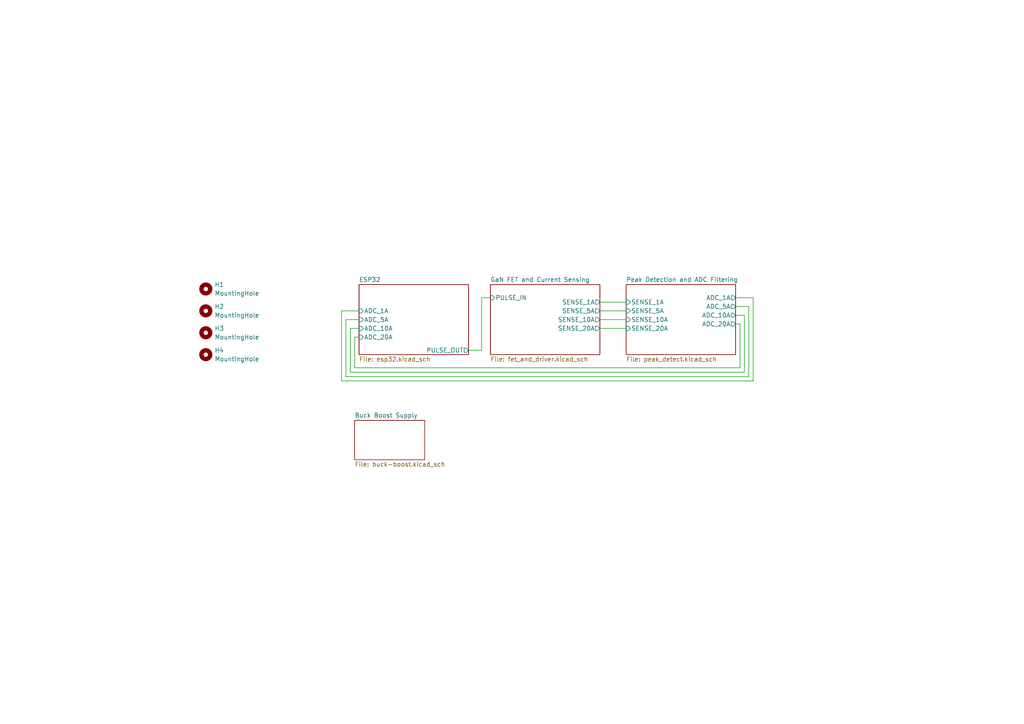
<source format=kicad_sch>
(kicad_sch (version 20230121) (generator eeschema)
  (paper "A4")
  (title_block (title "LD Current Pulse Supply") (date "2023-07-13") (rev "v0.5") (company "Doug Wagner") (comment 1 "Binghamton University"))
  (lib_symbols
    (symbol "Mechanical:MountingHole" (pin_names (offset 1.016))
      (property "Reference" "H" (at 0 5.08 0))
      (property "Value" "MountingHole" (at 0 3.175 0))
      (symbol "MountingHole_0_1"
        (circle (center 0 0) (radius 1.27) (stroke (width 1.27)))
      )
    )
  )
  (wire (pts (xy 217.17 88.9) (xy 217.17 109.22)))
  (wire (pts (xy 99.06 90.17) (xy 104.14 90.17)))
  (wire (pts (xy 135.89 101.6) (xy 139.7 101.6)))
  (wire (pts (xy 213.36 91.44) (xy 215.9 91.44)))
  (wire (pts (xy 215.9 107.95) (xy 101.6 107.95)))
  (wire (pts (xy 173.99 90.17) (xy 181.61 90.17)))
  (wire (pts (xy 139.7 86.36) (xy 142.24 86.36)))
  (wire (pts (xy 213.36 86.36) (xy 218.44 86.36)))
  (wire (pts (xy 218.44 110.49) (xy 99.06 110.49)))
  (wire (pts (xy 214.63 106.68) (xy 102.87 106.68)))
  (wire (pts (xy 214.63 93.98) (xy 214.63 106.68)))
  (wire (pts (xy 101.6 107.95) (xy 101.6 95.25)))
  (wire (pts (xy 139.7 101.6) (xy 139.7 86.36)))
  (wire (pts (xy 213.36 88.9) (xy 217.17 88.9)))
  (wire (pts (xy 99.06 110.49) (xy 99.06 90.17)))
  (wire (pts (xy 218.44 86.36) (xy 218.44 110.49)))
  (wire (pts (xy 100.33 92.71) (xy 104.14 92.71)))
  (wire (pts (xy 102.87 106.68) (xy 102.87 97.79)))
  (wire (pts (xy 101.6 95.25) (xy 104.14 95.25)))
  (wire (pts (xy 217.17 109.22) (xy 100.33 109.22)))
  (wire (pts (xy 215.9 91.44) (xy 215.9 107.95)))
  (wire (pts (xy 173.99 87.63) (xy 181.61 87.63)))
  (wire (pts (xy 213.36 93.98) (xy 214.63 93.98)))
  (wire (pts (xy 102.87 97.79) (xy 104.14 97.79)))
  (wire (pts (xy 173.99 92.71) (xy 181.61 92.71)))
  (wire (pts (xy 173.99 95.25) (xy 181.61 95.25)))
  (wire (pts (xy 100.33 109.22) (xy 100.33 92.71)))
  (symbol (lib_id "Mechanical:MountingHole") (at 59.69 102.87 0) (unit 1)
    (property "Reference" "H4" (at 62.23 101.6 0) (effects (justify left)))
    (property "Value" "MountingHole" (at 62.23 104.14 0) (effects (justify left)))
    (property "Footprint" "MountingHole:MountingHole_3.5mm" (effects hide))
  )
  (symbol (lib_id "Mechanical:MountingHole") (at 59.69 90.17 0) (unit 1)
    (property "Reference" "H2" (at 62.23 88.9 0) (effects (justify left)))
    (property "Value" "MountingHole" (at 62.23 91.44 0) (effects (justify left)))
    (property "Footprint" "MountingHole:MountingHole_3.5mm" (effects hide))
  )
  (symbol (lib_id "Mechanical:MountingHole") (at 59.69 83.82 0) (unit 1)
    (property "Reference" "H1" (at 62.23 82.55 0) (effects (justify left)))
    (property "Value" "MountingHole" (at 62.23 85.09 0) (effects (justify left)))
    (property "Footprint" "MountingHole:MountingHole_3.5mm" (effects hide))
  )
  (symbol (lib_id "Mechanical:MountingHole") (at 59.69 96.52 0) (unit 1)
    (property "Reference" "H3" (at 62.23 95.25 0) (effects (justify left)))
    (property "Value" "MountingHole" (at 62.23 97.79 0) (effects (justify left)))
    (property "Footprint" "MountingHole:MountingHole_3.5mm" (effects hide))
  )
  (sheet (at 142.24 82.55) (size 31.75 20.32) (stroke (width 0.1524))
    (property "Sheetname" "GaN FET and Current Sensing" (at 142.24 81.8384 0) (effects (justify left bottom)))
    (property "Sheetfile" "fet_and_driver.kicad_sch" (at 142.24 103.4546 0) (effects (justify left top)))
    (pin "PULSE_IN" input (at 142.24 86.36 180))
    (pin "SENSE_1A" output (at 173.99 87.63 0))
    (pin "SENSE_10A" output (at 173.99 92.71 0))
    (pin "SENSE_5A" output (at 173.99 90.17 0))
    (pin "SENSE_20A" output (at 173.99 95.25 0))
  )
  (sheet (at 181.61 82.55) (size 31.75 20.32) (stroke (width 0.1524))
    (property "Sheetname" "Peak Detection and ADC Filtering" (at 181.61 81.8384 0) (effects (justify left bottom)))
    (property "Sheetfile" "peak_detect.kicad_sch" (at 181.61 103.4546 0) (effects (justify left top)))
    (pin "ADC_1A" output (at 213.36 86.36 0))
    (pin "ADC_5A" output (at 213.36 88.9 0))
    (pin "ADC_20A" output (at 213.36 93.98 0))
    (pin "ADC_10A" output (at 213.36 91.44 0))
    (pin "SENSE_1A" input (at 181.61 87.63 180))
    (pin "SENSE_5A" input (at 181.61 90.17 180))
    (pin "SENSE_10A" input (at 181.61 92.71 180))
    (pin "SENSE_20A" input (at 181.61 95.25 180))
  )
  (sheet (at 104.14 82.55) (size 31.75 20.32) (stroke (width 0.1524))
    (property "Sheetname" "ESP32" (at 104.14 81.8384 0) (effects (justify left bottom)))
    (property "Sheetfile" "esp32.kicad_sch" (at 104.14 103.4546 0) (effects (justify left top)))
    (pin "PULSE_OUT" output (at 135.89 101.6 0))
    (pin "ADC_10A" input (at 104.14 95.25 180))
    (pin "ADC_20A" input (at 104.14 97.79 180))
    (pin "ADC_5A" input (at 104.14 92.71 180))
    (pin "ADC_1A" input (at 104.14 90.17 180))
  )
  (sheet (at 102.87 121.92) (size 20.32 11.43) (stroke (width 0.1524))
    (property "Sheetname" "Buck Boost Supply" (at 102.87 121.2084 0) (effects (justify left bottom)))
    (property "Sheetfile" "buck-boost.kicad_sch" (at 102.87 133.9346 0) (effects (justify left top)))
  )
)
</source>
